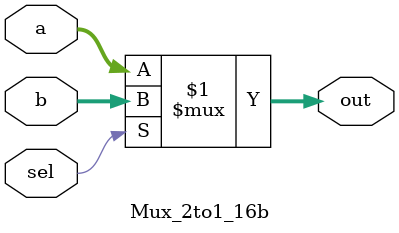
<source format=v>
module Mux_2to1_16b(input [15:0] a, b, input sel, output [15:0] out);
	assign out = sel? b : a;
endmodule

</source>
